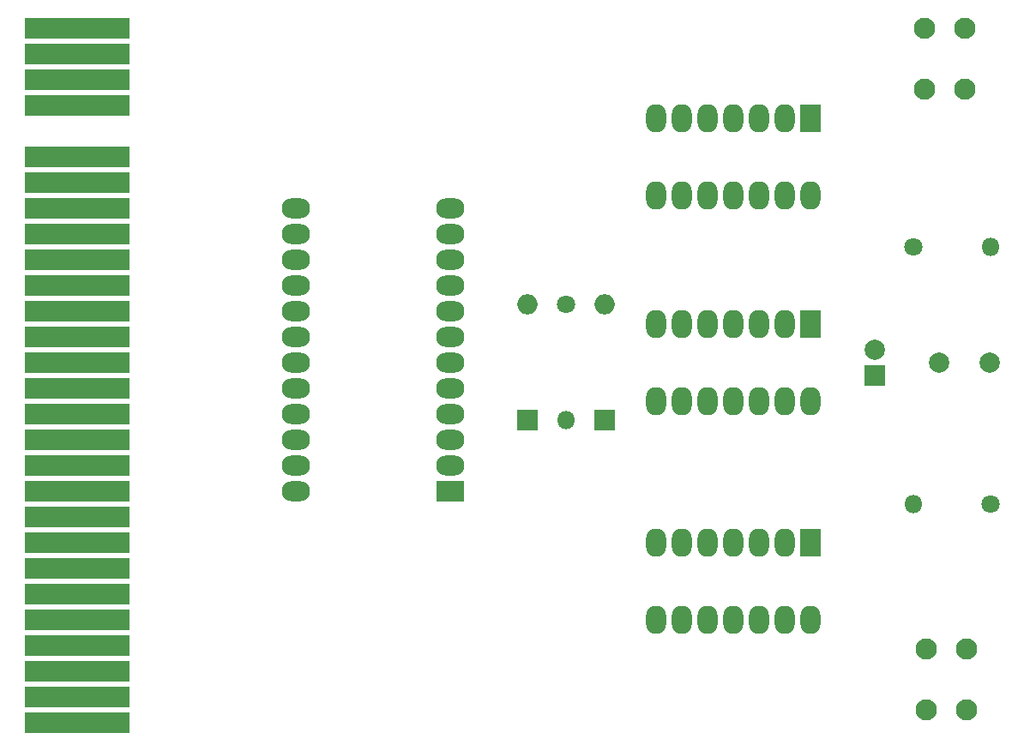
<source format=gbs>
G04 #@! TF.FileFunction,Soldermask,Bot*
%FSLAX46Y46*%
G04 Gerber Fmt 4.6, Leading zero omitted, Abs format (unit mm)*
G04 Created by KiCad (PCBNEW 4.0.6) date 06/02/17 16:23:04*
%MOMM*%
%LPD*%
G01*
G04 APERTURE LIST*
%ADD10C,0.100000*%
%ADD11R,2.800000X2.000000*%
%ADD12O,2.800000X2.000000*%
%ADD13C,2.000000*%
%ADD14C,1.800000*%
%ADD15O,1.800000X1.800000*%
%ADD16C,2.100000*%
%ADD17R,2.000000X2.800000*%
%ADD18O,2.000000X2.800000*%
%ADD19R,2.000000X2.000000*%
%ADD20O,2.000000X2.000000*%
%ADD21R,10.400000X2.100000*%
G04 APERTURE END LIST*
D10*
D11*
X127000000Y-97790000D03*
D12*
X111760000Y-69850000D03*
X127000000Y-95250000D03*
X111760000Y-72390000D03*
X127000000Y-92710000D03*
X111760000Y-74930000D03*
X127000000Y-90170000D03*
X111760000Y-77470000D03*
X127000000Y-87630000D03*
X111760000Y-80010000D03*
X127000000Y-85090000D03*
X111760000Y-82550000D03*
X127000000Y-82550000D03*
X111760000Y-85090000D03*
X127000000Y-80010000D03*
X111760000Y-87630000D03*
X127000000Y-77470000D03*
X111760000Y-90170000D03*
X127000000Y-74930000D03*
X111760000Y-92710000D03*
X127000000Y-72390000D03*
X111760000Y-95250000D03*
X127000000Y-69850000D03*
X111760000Y-97790000D03*
D13*
X175260000Y-85090000D03*
X180260000Y-85090000D03*
D14*
X172720000Y-73660000D03*
D15*
X180340000Y-73660000D03*
D14*
X180340000Y-99060000D03*
D15*
X172720000Y-99060000D03*
D16*
X173800000Y-58070000D03*
X173800000Y-52070000D03*
X177800000Y-58070000D03*
X177800000Y-52070000D03*
X177990000Y-113380000D03*
X177990000Y-119380000D03*
X173990000Y-113380000D03*
X173990000Y-119380000D03*
D17*
X162560000Y-81280000D03*
D18*
X147320000Y-88900000D03*
X160020000Y-81280000D03*
X149860000Y-88900000D03*
X157480000Y-81280000D03*
X152400000Y-88900000D03*
X154940000Y-81280000D03*
X154940000Y-88900000D03*
X152400000Y-81280000D03*
X157480000Y-88900000D03*
X149860000Y-81280000D03*
X160020000Y-88900000D03*
X147320000Y-81280000D03*
X162560000Y-88900000D03*
D17*
X162560000Y-102870000D03*
D18*
X147320000Y-110490000D03*
X160020000Y-102870000D03*
X149860000Y-110490000D03*
X157480000Y-102870000D03*
X152400000Y-110490000D03*
X154940000Y-102870000D03*
X154940000Y-110490000D03*
X152400000Y-102870000D03*
X157480000Y-110490000D03*
X149860000Y-102870000D03*
X160020000Y-110490000D03*
X147320000Y-102870000D03*
X162560000Y-110490000D03*
D17*
X162560000Y-60960000D03*
D18*
X147320000Y-68580000D03*
X160020000Y-60960000D03*
X149860000Y-68580000D03*
X157480000Y-60960000D03*
X152400000Y-68580000D03*
X154940000Y-60960000D03*
X154940000Y-68580000D03*
X152400000Y-60960000D03*
X157480000Y-68580000D03*
X149860000Y-60960000D03*
X160020000Y-68580000D03*
X147320000Y-60960000D03*
X162560000Y-68580000D03*
D14*
X138430000Y-79375000D03*
D15*
X138430000Y-90805000D03*
D19*
X134620000Y-90805000D03*
D20*
X134620000Y-79375000D03*
D19*
X142240000Y-90805000D03*
D20*
X142240000Y-79375000D03*
D21*
X90170000Y-120650000D03*
X90170000Y-118110000D03*
X90170000Y-115570000D03*
X90170000Y-113030000D03*
X90170000Y-110490000D03*
X90170000Y-107950000D03*
X90170000Y-105410000D03*
X90170000Y-102870000D03*
X90170000Y-100330000D03*
X90170000Y-97790000D03*
X90170000Y-95250000D03*
X90170000Y-92710000D03*
X90170000Y-90170000D03*
X90170000Y-87630000D03*
X90170000Y-85090000D03*
X90170000Y-82550000D03*
X90170000Y-80010000D03*
X90170000Y-77470000D03*
X90170000Y-74930000D03*
X90170000Y-72390000D03*
X90170000Y-69850000D03*
X90170000Y-67310000D03*
X90170000Y-64770000D03*
X90170000Y-59690000D03*
X90170000Y-57150000D03*
X90170000Y-54610000D03*
X90170000Y-52070000D03*
D19*
X168910000Y-86360000D03*
D13*
X168910000Y-83860000D03*
M02*

</source>
